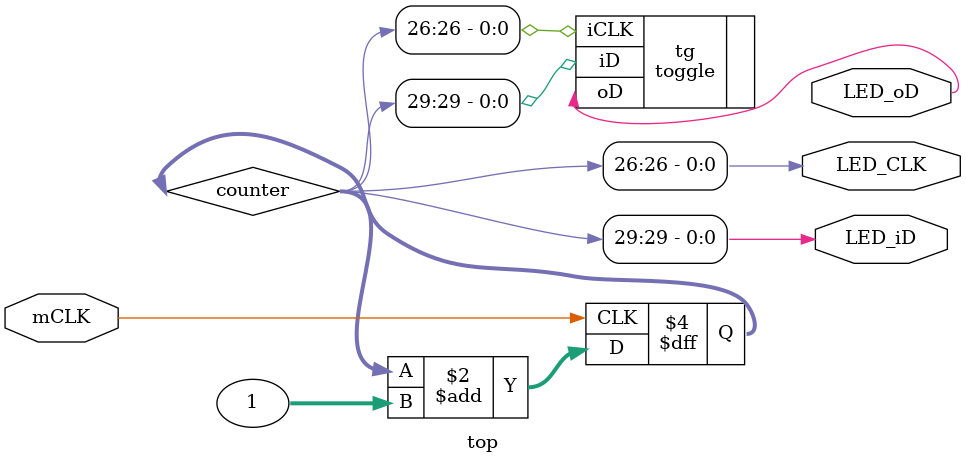
<source format=v>
module top (mCLK, LED_CLK, LED_iD, LED_oD);
input wire mCLK;
output wire LED_CLK;
output wire LED_iD;
output wire LED_oD;

`define CLK_BIT 26
`define D_BIT 29

reg [31:0] counter = 32'b0;

assign LED_CLK = counter[`CLK_BIT];
assign LED_iD = counter[`D_BIT];

toggle tg (
	.iCLK(LED_CLK),
	.iD(LED_iD),
	.oD(LED_oD),
);

always @(posedge mCLK) begin
	counter <= counter + 1;
end

endmodule


</source>
